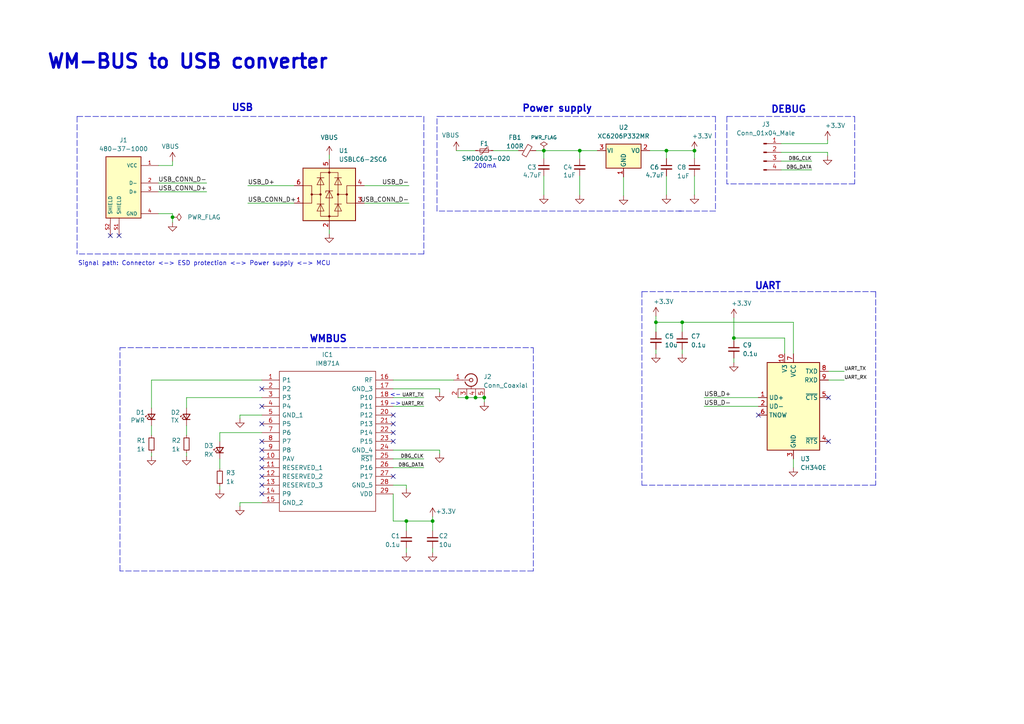
<source format=kicad_sch>
(kicad_sch (version 20211123) (generator eeschema)
  (paper "A4")
  (title_block (title "WM-BUS to USB converter") (date "2022-11-21") (rev "2.0") (company "Jan Gnip"))
  (lib_symbols
    (symbol "Connector:Conn_01x04_Male" (pin_names (offset 1.016) hide)
      (property "Reference" "J" (at 0 5.08 0))
      (property "Value" "Conn_01x04_Male" (at 0 -7.62 0))
      (symbol "Conn_01x04_Male_1_1"
        (polyline (pts (xy 1.27 -5.08) (xy 0.8636 -5.08)) (stroke (width 0.1524)))
        (polyline (pts (xy 1.27 -2.54) (xy 0.8636 -2.54)) (stroke (width 0.1524)))
        (polyline (pts (xy 1.27 0) (xy 0.8636 0)) (stroke (width 0.1524)))
        (polyline (pts (xy 1.27 2.54) (xy 0.8636 2.54)) (stroke (width 0.1524)))
        (rectangle (start 0.8636 -4.953) (end 0 -5.207) (stroke (width 0.1524)) (fill (type outline)))
        (rectangle (start 0.8636 -2.413) (end 0 -2.667) (stroke (width 0.1524)) (fill (type outline)))
        (rectangle (start 0.8636 0.127) (end 0 -0.127) (stroke (width 0.1524)) (fill (type outline)))
        (rectangle (start 0.8636 2.667) (end 0 2.413) (stroke (width 0.1524)) (fill (type outline)))
        (pin passive line (at 5.08 2.54 180) (length 3.81) (name "Pin_1") (number "1"))
        (pin passive line (at 5.08 0 180) (length 3.81) (name "Pin_2") (number "2"))
        (pin passive line (at 5.08 -2.54 180) (length 3.81) (name "Pin_3") (number "3"))
        (pin passive line (at 5.08 -5.08 180) (length 3.81) (name "Pin_4") (number "4"))
      )
    )
    (symbol "Connector:Conn_Coaxial" (pin_names (offset 1.016) hide)
      (property "Reference" "J2" (at 3.556 0.9769 0))
      (property "Value" "Conn_Coaxial" (at 3.556 -1.5631 0))
      (symbol "Conn_Coaxial_0_1"
        (arc (start -1.778 -0.508) (mid 0.2311 -1.8066) (end 1.778 0) (stroke (width 0.254)))
        (polyline (pts (xy -3.81 -2.54) (xy 3.81 -2.54)))
        (polyline (pts (xy -2.54 0) (xy -0.508 0)))
        (polyline (pts (xy 0 -2.54) (xy 0 -1.778)))
        (circle (center 0 0) (radius 0.508) (stroke (width 0.2032)))
        (arc (start 1.778 0) (mid 0.2099 1.8101) (end -1.778 0.508) (stroke (width 0.254)))
      )
      (symbol "Conn_Coaxial_1_1"
        (pin passive line (at -5.08 0 0) (length 2.54) (name "In") (number "1"))
        (pin passive line (at -3.81 -5.08 90) (length 2.54) (name "Ext") (number "2"))
        (pin passive line (at -1.27 -5.08 90) (length 2.54) (name "Ext") (number "3"))
        (pin passive line (at 1.27 -5.08 90) (length 2.54) (name "Ext") (number "4"))
        (pin passive line (at 3.81 -5.08 90) (length 2.54) (name "Ext") (number "5"))
      )
    )
    (symbol "Device:C_Small" (pin_numbers hide) (pin_names (offset 0.254) hide)
      (property "Reference" "C" (at 0.254 1.778 0))
      (property "Value" "C_Small" (at 0.254 -2.032 0))
      (symbol "C_Small_0_1"
        (polyline (pts (xy -1.524 -0.508) (xy 1.524 -0.508)) (stroke (width 0.3302)))
        (polyline (pts (xy -1.524 0.508) (xy 1.524 0.508)) (stroke (width 0.3048)))
      )
      (symbol "C_Small_1_1"
        (pin passive line (at 0 2.54 270) (length 2.032) (name "~") (number "1"))
        (pin passive line (at 0 -2.54 90) (length 2.032) (name "~") (number "2"))
      )
    )
    (symbol "Device:FerriteBead_Small" (pin_numbers hide) (pin_names (offset 0))
      (property "Reference" "FB" (at 1.905 1.27 0))
      (property "Value" "FerriteBead_Small" (at 1.905 -1.27 0))
      (symbol "FerriteBead_Small_0_1"
        (polyline (pts (xy 0 -1.27) (xy 0 -0.7874)))
        (polyline (pts (xy 0 0.889) (xy 0 1.2954)))
        (polyline (pts (xy -1.8288 0.2794) (xy -1.1176 1.4986) (xy 1.8288 -0.2032) (xy 1.1176 -1.4224) (xy -1.8288 0.2794)))
      )
      (symbol "FerriteBead_Small_1_1"
        (pin passive line (at 0 2.54 270) (length 1.27) (name "~") (number "1"))
        (pin passive line (at 0 -2.54 90) (length 1.27) (name "~") (number "2"))
      )
    )
    (symbol "Device:LED_Small" (pin_numbers hide) (pin_names (offset 0.254) hide)
      (property "Reference" "D" (at -1.27 3.175 0))
      (property "Value" "LED_Small" (at -4.445 -2.54 0))
      (symbol "LED_Small_0_1"
        (polyline (pts (xy -0.762 -1.016) (xy -0.762 1.016)) (stroke (width 0.254)))
        (polyline (pts (xy 1.016 0) (xy -0.762 0)))
        (polyline (pts (xy 0.762 -1.016) (xy -0.762 0) (xy 0.762 1.016) (xy 0.762 -1.016)) (stroke (width 0.254)))
        (polyline (pts (xy 0 0.762) (xy -0.508 1.27) (xy -0.254 1.27) (xy -0.508 1.27) (xy -0.508 1.016)))
        (polyline (pts (xy 0.508 1.27) (xy 0 1.778) (xy 0.254 1.778) (xy 0 1.778) (xy 0 1.524)))
      )
      (symbol "LED_Small_1_1"
        (pin passive line (at -2.54 0 0) (length 1.778) (name "K") (number "1"))
        (pin passive line (at 2.54 0 180) (length 1.778) (name "A") (number "2"))
      )
    )
    (symbol "Device:Polyfuse_Small" (pin_numbers hide) (pin_names (offset 0))
      (property "Reference" "F" (at -1.905 0 90))
      (property "Value" "Polyfuse_Small" (at 1.905 0 90))
      (symbol "Polyfuse_Small_0_1"
        (rectangle (start -0.508 1.27) (end 0.508 -1.27))
        (polyline (pts (xy 0 2.54) (xy 0 -2.54)))
        (polyline (pts (xy -1.016 1.27) (xy -1.016 0.762) (xy 1.016 -0.762) (xy 1.016 -1.27)))
      )
      (symbol "Polyfuse_Small_1_1"
        (pin passive line (at 0 2.54 270) (length 0.635) (name "~") (number "1"))
        (pin passive line (at 0 -2.54 90) (length 0.635) (name "~") (number "2"))
      )
    )
    (symbol "Device:R_Small" (pin_numbers hide) (pin_names (offset 0.254) hide)
      (property "Reference" "R" (at 0.762 0.508 0))
      (property "Value" "R_Small" (at 0.762 -1.016 0))
      (symbol "R_Small_0_1"
        (rectangle (start -0.762 1.778) (end 0.762 -1.778) (stroke (width 0.2032)))
      )
      (symbol "R_Small_1_1"
        (pin passive line (at 0 2.54 270) (length 0.762) (name "~") (number "1"))
        (pin passive line (at 0 -2.54 90) (length 0.762) (name "~") (number "2"))
      )
    )
    (symbol "Interface_USB:CH340E"
      (property "Reference" "U" (at -5.08 13.97 0))
      (property "Value" "CH340E" (at 1.27 13.97 0))
      (symbol "CH340E_0_1"
        (rectangle (start -7.62 12.7) (end 7.62 -12.7) (stroke (width 0.254)) (fill (type background)))
      )
      (symbol "CH340E_1_1"
        (pin bidirectional line (at -10.16 2.54 0) (length 2.54) (name "UD+") (number "1"))
        (pin passive line (at -2.54 15.24 270) (length 2.54) (name "V3") (number "10"))
        (pin bidirectional line (at -10.16 0 0) (length 2.54) (name "UD-") (number "2"))
        (pin power_in line (at 0 -15.24 90) (length 2.54) (name "GND") (number "3"))
        (pin output line (at 10.16 -10.16 180) (length 2.54) (name "~{RTS}") (number "4"))
        (pin input line (at 10.16 2.54 180) (length 2.54) (name "~{CTS}") (number "5"))
        (pin output line (at -10.16 -2.54 0) (length 2.54) (name "TNOW") (number "6"))
        (pin power_in line (at 0 15.24 270) (length 2.54) (name "VCC") (number "7"))
        (pin output line (at 10.16 10.16 180) (length 2.54) (name "TXD") (number "8"))
        (pin input line (at 10.16 7.62 180) (length 2.54) (name "RXD") (number "9"))
      )
    )
    (symbol "Power_Protection:USBLC6-2SC6" (pin_names hide)
      (property "Reference" "U" (at 2.54 8.89 0))
      (property "Value" "USBLC6-2SC6" (at 2.54 -8.89 0))
      (symbol "USBLC6-2SC6_0_1"
        (rectangle (start -7.62 -7.62) (end 7.62 7.62) (stroke (width 0.254)) (fill (type background)))
        (circle (center -5.08 0) (radius 0.254) (fill (type outline)))
        (circle (center -2.54 0) (radius 0.254) (fill (type outline)))
        (rectangle (start -2.54 6.35) (end 2.54 -6.35))
        (circle (center 0 -6.35) (radius 0.254) (fill (type outline)))
        (polyline (pts (xy -5.08 -2.54) (xy -7.62 -2.54)))
        (polyline (pts (xy -5.08 0) (xy -5.08 -2.54)))
        (polyline (pts (xy -5.08 2.54) (xy -7.62 2.54)))
        (polyline (pts (xy -1.524 -2.794) (xy -3.556 -2.794)))
        (polyline (pts (xy -1.524 4.826) (xy -3.556 4.826)))
        (polyline (pts (xy 0 -7.62) (xy 0 -6.35)))
        (polyline (pts (xy 0 -6.35) (xy 0 1.27)))
        (polyline (pts (xy 0 1.27) (xy 0 6.35)))
        (polyline (pts (xy 0 6.35) (xy 0 7.62)))
        (polyline (pts (xy 1.524 -2.794) (xy 3.556 -2.794)))
        (polyline (pts (xy 1.524 4.826) (xy 3.556 4.826)))
        (polyline (pts (xy 5.08 -2.54) (xy 7.62 -2.54)))
        (polyline (pts (xy 5.08 0) (xy 5.08 -2.54)))
        (polyline (pts (xy 5.08 2.54) (xy 7.62 2.54)))
        (polyline (pts (xy -2.54 0) (xy -5.08 0) (xy -5.08 2.54)))
        (polyline (pts (xy 2.54 0) (xy 5.08 0) (xy 5.08 2.54)))
        (polyline (pts (xy -3.556 -4.826) (xy -1.524 -4.826) (xy -2.54 -2.794) (xy -3.556 -4.826)))
        (polyline (pts (xy -3.556 2.794) (xy -1.524 2.794) (xy -2.54 4.826) (xy -3.556 2.794)))
        (polyline (pts (xy -1.016 -1.016) (xy 1.016 -1.016) (xy 0 1.016) (xy -1.016 -1.016)))
        (polyline (pts (xy 1.016 1.016) (xy 0.762 1.016) (xy -1.016 1.016) (xy -1.016 0.508)))
        (polyline (pts (xy 3.556 -4.826) (xy 1.524 -4.826) (xy 2.54 -2.794) (xy 3.556 -4.826)))
        (polyline (pts (xy 3.556 2.794) (xy 1.524 2.794) (xy 2.54 4.826) (xy 3.556 2.794)))
        (circle (center 0 6.35) (radius 0.254) (fill (type outline)))
        (circle (center 2.54 0) (radius 0.254) (fill (type outline)))
        (circle (center 5.08 0) (radius 0.254) (fill (type outline)))
      )
      (symbol "USBLC6-2SC6_1_1"
        (pin passive line (at -10.16 -2.54 0) (length 2.54) (name "I/O1") (number "1"))
        (pin passive line (at 0 -10.16 90) (length 2.54) (name "GND") (number "2"))
        (pin passive line (at 10.16 -2.54 180) (length 2.54) (name "I/O2") (number "3"))
        (pin passive line (at 10.16 2.54 180) (length 2.54) (name "I/O2") (number "4"))
        (pin passive line (at 0 10.16 270) (length 2.54) (name "VBUS") (number "5"))
        (pin passive line (at -10.16 2.54 0) (length 2.54) (name "I/O1") (number "6"))
      )
    )
    (symbol "Regulator_Linear:XC6206PxxxMR" (pin_names (offset 0.254))
      (property "Reference" "U" (at -3.81 3.175 0))
      (property "Value" "XC6206PxxxMR" (at 0 3.175 0))
      (symbol "XC6206PxxxMR_0_1"
        (rectangle (start -5.08 1.905) (end 5.08 -5.08) (stroke (width 0.254)) (fill (type background)))
      )
      (symbol "XC6206PxxxMR_1_1"
        (pin power_in line (at 0 -7.62 90) (length 2.54) (name "GND") (number "1"))
        (pin power_out line (at 7.62 0 180) (length 2.54) (name "VO") (number "2"))
        (pin power_in line (at -7.62 0 0) (length 2.54) (name "VI") (number "3"))
      )
    )
    (symbol "power:+3.3V" (power) (pin_names (offset 0))
      (property "Value" "+3.3V" (at 0 3.556 0))
      (symbol "+3.3V_0_1"
        (polyline (pts (xy -0.762 1.27) (xy 0 2.54)))
        (polyline (pts (xy 0 0) (xy 0 2.54)))
        (polyline (pts (xy 0 2.54) (xy 0.762 1.27)))
      )
      (symbol "+3.3V_1_1"
        (pin power_in line (at 0 0 90) (length 0) hide (name "+3.3V") (number "1"))
      )
    )
    (symbol "power:GND" (power) (pin_names (offset 0))
      (property "Value" "GND" (at 0 -3.81 0))
      (symbol "GND_0_1"
        (polyline (pts (xy 0 0) (xy 0 -1.27) (xy 1.27 -1.27) (xy 0 -2.54) (xy -1.27 -1.27) (xy 0 -1.27)))
      )
      (symbol "GND_1_1"
        (pin power_in line (at 0 0 270) (length 0) hide (name "GND") (number "1"))
      )
    )
    (symbol "power:PWR_FLAG" (power) (pin_numbers hide) (pin_names (offset 0) hide)
      (property "Value" "PWR_FLAG" (at 0 3.81 0))
      (symbol "PWR_FLAG_0_0"
        (pin power_out line (at 0 0 90) (length 0) (name "pwr") (number "1"))
      )
      (symbol "PWR_FLAG_0_1"
        (polyline (pts (xy 0 0) (xy 0 1.27) (xy -1.016 1.905) (xy 0 2.54) (xy 1.016 1.905) (xy 0 1.27)))
      )
    )
    (symbol "power:VBUS" (power) (pin_names (offset 0))
      (property "Value" "VBUS" (at 0 3.81 0))
      (symbol "VBUS_0_1"
        (polyline (pts (xy -0.762 1.27) (xy 0 2.54)))
        (polyline (pts (xy 0 0) (xy 0 2.54)))
        (polyline (pts (xy 0 2.54) (xy 0.762 1.27)))
      )
      (symbol "VBUS_1_1"
        (pin power_in line (at 0 0 90) (length 0) hide (name "VBUS") (number "1"))
      )
    )
    (symbol "wmbus:480-37-1000" (pin_names (offset 1.016))
      (property "Reference" "J1" (at 0 12.446 0))
      (property "Value" "480-37-1000" (at 0 9.906 0))
      (symbol "480-37-1000_0_0"
        (rectangle (start -5.08 -10.16) (end 5.08 7.62) (stroke (width 0.254)) (fill (type background)))
        (pin power_out line (at -10.16 5.08 0) (length 5.08) (name "VCC") (number "1"))
        (pin bidirectional line (at -10.16 0 0) (length 5.08) (name "D-") (number "2"))
        (pin bidirectional line (at -10.16 -2.54 0) (length 5.08) (name "D+") (number "3"))
        (pin power_in line (at -10.16 -8.89 0) (length 5.08) (name "GND") (number "4"))
        (pin passive line (at 1.27 -15.24 90) (length 5.08) (name "SHIELD") (number "S1"))
        (pin passive line (at 3.81 -15.24 90) (length 5.08) (name "SHIELD") (number "S2"))
      )
    )
    (symbol "wmbus:IM871A" (pin_names (offset 0.762))
      (property "Reference" "IC" (at 34.29 7.62 0))
      (property "Value" "IM871A" (at 34.29 5.08 0))
      (symbol "IM871A_0_0"
        (pin passive line (at 0 0 0) (length 5.08) (name "P1") (number "1"))
        (pin passive line (at 0 -22.86 0) (length 5.08) (name "PAV") (number "10"))
        (pin passive line (at 0 -25.4 0) (length 5.08) (name "RESERVED_1") (number "11"))
        (pin passive line (at 0 -27.94 0) (length 5.08) (name "RESERVED_2") (number "12"))
        (pin passive line (at 0 -30.48 0) (length 5.08) (name "RESERVED_3") (number "13"))
        (pin passive line (at 0 -33.02 0) (length 5.08) (name "P9") (number "14"))
        (pin passive line (at 0 -35.56 0) (length 5.08) (name "GND_2") (number "15"))
        (pin passive line (at 38.1 0 180) (length 5.08) (name "RF") (number "16"))
        (pin passive line (at 38.1 -2.54 180) (length 5.08) (name "GND_3") (number "17"))
        (pin passive line (at 38.1 -5.08 180) (length 5.08) (name "P10") (number "18"))
        (pin passive line (at 38.1 -7.62 180) (length 5.08) (name "P11") (number "19"))
        (pin passive line (at 0 -2.54 0) (length 5.08) (name "P2") (number "2"))
        (pin passive line (at 38.1 -10.16 180) (length 5.08) (name "P12") (number "20"))
        (pin passive line (at 38.1 -12.7 180) (length 5.08) (name "P13") (number "21"))
        (pin passive line (at 38.1 -15.24 180) (length 5.08) (name "P14") (number "22"))
        (pin passive line (at 38.1 -17.78 180) (length 5.08) (name "P15") (number "23"))
        (pin passive line (at 38.1 -20.32 180) (length 5.08) (name "GND_4") (number "24"))
        (pin passive line (at 38.1 -22.86 180) (length 5.08) (name "~{RST}") (number "25"))
        (pin passive line (at 38.1 -25.4 180) (length 5.08) (name "P16") (number "26"))
        (pin passive line (at 38.1 -27.94 180) (length 5.08) (name "P17") (number "27"))
        (pin passive line (at 38.1 -30.48 180) (length 5.08) (name "GND_5") (number "28"))
        (pin passive line (at 38.1 -33.02 180) (length 5.08) (name "VDD") (number "29"))
        (pin passive line (at 0 -5.08 0) (length 5.08) (name "P3") (number "3"))
        (pin passive line (at 0 -7.62 0) (length 5.08) (name "P4") (number "4"))
        (pin passive line (at 0 -10.16 0) (length 5.08) (name "GND_1") (number "5"))
        (pin passive line (at 0 -12.7 0) (length 5.08) (name "P5") (number "6"))
        (pin passive line (at 0 -15.24 0) (length 5.08) (name "P6") (number "7"))
        (pin passive line (at 0 -17.78 0) (length 5.08) (name "P7") (number "8"))
        (pin passive line (at 0 -20.32 0) (length 5.08) (name "P8") (number "9"))
      )
      (symbol "IM871A_0_1"
        (polyline (pts (xy 5.08 2.54) (xy 33.02 2.54) (xy 33.02 -38.1) (xy 5.08 -38.1) (xy 5.08 2.54)) (stroke (width 0.1524)))
      )
    )
  )
  (junction (at 190.246 93.472))
  (junction (at 135.382 115.316))
  (junction (at 117.856 151.13))
  (junction (at 125.476 151.13))
  (junction (at 168.148 43.688))
  (junction (at 137.922 115.316))
  (junction (at 50.038 62.992))
  (junction (at 201.422 43.688))
  (junction (at 193.294 43.688))
  (junction (at 140.462 115.316))
  (junction (at 157.734 43.688))
  (junction (at 197.866 93.472))
  (junction (at 212.852 98.044))
  (no_connect (at 75.946 112.776))
  (no_connect (at 75.946 117.856))
  (no_connect (at 114.046 128.016))
  (no_connect (at 114.046 125.476))
  (no_connect (at 75.946 143.256))
  (no_connect (at 75.946 140.716))
  (no_connect (at 75.946 138.176))
  (no_connect (at 75.946 135.636))
  (no_connect (at 75.946 133.096))
  (no_connect (at 75.946 122.936))
  (no_connect (at 75.946 130.556))
  (no_connect (at 75.946 128.016))
  (no_connect (at 114.046 122.936))
  (no_connect (at 114.046 120.396))
  (no_connect (at 114.046 138.176))
  (no_connect (at 34.544 68.326))
  (no_connect (at 32.004 68.326))
  (no_connect (at 240.284 128.016))
  (no_connect (at 240.284 115.316))
  (no_connect (at 219.964 120.396))
  (polyline (pts (xy 126.746 61.214) (xy 126.746 33.782)))
  (wire (pts (xy 157.734 43.688) (xy 168.148 43.688)))
  (wire (pts (xy 230.124 133.096) (xy 230.124 135.636)))
  (polyline (pts (xy 126.746 33.782) (xy 127.254 33.782)))
  (wire (pts (xy 117.856 159.004) (xy 117.856 160.274)))
  (wire (pts (xy 114.046 140.716) (xy 117.856 140.716)))
  (wire (pts (xy 155.448 43.688) (xy 157.734 43.688)))
  (wire (pts (xy 190.246 91.694) (xy 190.246 93.472)))
  (wire (pts (xy 54.102 131.318) (xy 54.102 132.334)))
  (wire (pts (xy 127.508 112.776) (xy 127.508 113.792)))
  (wire (pts (xy 114.046 110.236) (xy 131.572 110.236)))
  (polyline (pts (xy 34.798 165.608) (xy 34.798 100.838)))
  (wire (pts (xy 54.102 115.316) (xy 54.102 118.364)))
  (wire (pts (xy 201.422 51.054) (xy 201.422 56.5404)))
  (wire (pts (xy 114.046 135.636) (xy 122.936 135.636)))
  (wire (pts (xy 227.584 98.044) (xy 212.852 98.044)))
  (wire (pts (xy 230.124 102.616) (xy 230.124 93.472)))
  (wire (pts (xy 50.038 46.736) (xy 50.038 48.006)))
  (wire (pts (xy 143.002 43.688) (xy 150.368 43.688)))
  (wire (pts (xy 226.568 41.656) (xy 240.03 41.656)))
  (polyline (pts (xy 254 84.582) (xy 254 140.716)))
  (wire (pts (xy 212.852 92.202) (xy 212.852 98.044)))
  (wire (pts (xy 45.974 55.626) (xy 59.944 55.626)))
  (wire (pts (xy 117.856 151.13) (xy 117.856 153.924)))
  (wire (pts (xy 230.124 93.472) (xy 197.866 93.472)))
  (wire (pts (xy 45.974 53.086) (xy 59.944 53.086)))
  (polyline (pts (xy 197.612 61.214) (xy 126.746 61.214)))
  (wire (pts (xy 114.046 133.096) (xy 122.936 133.096)))
  (wire (pts (xy 240.03 40.64) (xy 240.03 41.656)))
  (wire (pts (xy 45.974 61.976) (xy 50.038 61.976)))
  (wire (pts (xy 43.942 131.318) (xy 43.942 132.334)))
  (wire (pts (xy 114.046 143.256) (xy 114.046 151.13)))
  (polyline (pts (xy 154.686 100.838) (xy 154.686 165.608)))
  (wire (pts (xy 114.046 115.316) (xy 122.936 115.316)))
  (wire (pts (xy 197.866 93.472) (xy 197.866 96.266)))
  (wire (pts (xy 190.246 101.346) (xy 190.246 102.616)))
  (wire (pts (xy 132.842 115.316) (xy 135.382 115.316)))
  (wire (pts (xy 157.734 51.054) (xy 157.734 56.5404)))
  (wire (pts (xy 50.038 62.992) (xy 50.038 64.516)))
  (wire (pts (xy 63.754 125.476) (xy 75.946 125.476)))
  (polyline (pts (xy 22.352 33.782) (xy 122.936 33.782)))
  (wire (pts (xy 114.046 130.556) (xy 127.508 130.556)))
  (wire (pts (xy 201.422 43.688) (xy 201.422 45.974)))
  (wire (pts (xy 227.584 102.616) (xy 227.584 98.044)))
  (polyline (pts (xy 186.182 84.582) (xy 186.182 140.716)))
  (wire (pts (xy 226.568 44.196) (xy 240.03 44.196)))
  (wire (pts (xy 180.848 51.308) (xy 180.848 56.7944)))
  (polyline (pts (xy 122.936 73.66) (xy 22.352 73.66)))
  (wire (pts (xy 226.568 49.276) (xy 235.458 49.276)))
  (wire (pts (xy 63.754 133.096) (xy 63.754 135.89)))
  (wire (pts (xy 95.504 66.548) (xy 95.504 67.818)))
  (polyline (pts (xy 127.254 33.782) (xy 197.612 33.782)))
  (wire (pts (xy 240.284 107.696) (xy 244.856 107.696)))
  (wire (pts (xy 114.046 112.776) (xy 127.508 112.776)))
  (polyline (pts (xy 254 140.716) (xy 186.182 140.716)))
  (wire (pts (xy 193.294 43.688) (xy 193.294 45.974)))
  (polyline (pts (xy 34.798 100.838) (xy 39.624 100.838)))
  (wire (pts (xy 45.974 48.006) (xy 50.038 48.006)))
  (wire (pts (xy 75.946 115.316) (xy 54.102 115.316)))
  (wire (pts (xy 168.148 43.688) (xy 168.148 45.974)))
  (wire (pts (xy 137.922 115.316) (xy 140.462 115.316)))
  (wire (pts (xy 193.294 43.688) (xy 201.422 43.688)))
  (wire (pts (xy 54.102 123.444) (xy 54.102 126.238)))
  (wire (pts (xy 125.476 151.13) (xy 117.856 151.13)))
  (wire (pts (xy 114.046 117.856) (xy 122.936 117.856)))
  (wire (pts (xy 95.504 44.958) (xy 95.504 46.228)))
  (wire (pts (xy 125.476 159.004) (xy 125.476 160.274)))
  (polyline (pts (xy 247.904 33.782) (xy 247.904 53.34)))
  (wire (pts (xy 63.754 140.97) (xy 63.754 141.986)))
  (wire (pts (xy 43.942 110.236) (xy 43.942 118.364)))
  (wire (pts (xy 105.664 58.928) (xy 118.618 58.928)))
  (wire (pts (xy 197.866 93.472) (xy 190.246 93.472)))
  (wire (pts (xy 190.246 93.472) (xy 190.246 96.266)))
  (wire (pts (xy 69.596 120.396) (xy 69.596 121.412)))
  (wire (pts (xy 50.038 61.976) (xy 50.038 62.992)))
  (wire (pts (xy 168.148 51.054) (xy 168.148 56.5404)))
  (wire (pts (xy 125.476 149.86) (xy 125.476 151.13)))
  (wire (pts (xy 132.334 43.688) (xy 137.922 43.688)))
  (wire (pts (xy 193.294 51.054) (xy 193.294 56.5404)))
  (polyline (pts (xy 207.518 61.214) (xy 196.85 61.214)))
  (wire (pts (xy 197.866 101.346) (xy 197.866 102.616)))
  (wire (pts (xy 204.216 115.316) (xy 219.964 115.316)))
  (wire (pts (xy 140.462 115.316) (xy 140.462 116.586)))
  (polyline (pts (xy 39.624 100.838) (xy 154.686 100.838)))
  (wire (pts (xy 125.476 151.13) (xy 125.476 153.924)))
  (wire (pts (xy 226.568 46.736) (xy 235.458 46.736)))
  (polyline (pts (xy 247.904 53.34) (xy 210.82 53.34)))
  (wire (pts (xy 135.382 115.316) (xy 137.922 115.316)))
  (wire (pts (xy 43.942 123.444) (xy 43.942 126.238)))
  (wire (pts (xy 240.284 110.236) (xy 244.856 110.236)))
  (polyline (pts (xy 122.936 33.782) (xy 122.936 73.66)))
  (wire (pts (xy 114.046 151.13) (xy 117.856 151.13)))
  (wire (pts (xy 69.596 120.396) (xy 75.946 120.396)))
  (wire (pts (xy 127.508 130.556) (xy 127.508 131.572)))
  (polyline (pts (xy 197.358 33.782) (xy 207.518 33.782)))
  (polyline (pts (xy 154.686 165.608) (xy 34.798 165.608)))
  (wire (pts (xy 105.664 53.848) (xy 118.618 53.848)))
  (wire (pts (xy 157.734 43.688) (xy 157.734 45.974)))
  (wire (pts (xy 69.596 145.796) (xy 69.596 146.812)))
  (wire (pts (xy 43.942 110.236) (xy 75.946 110.236)))
  (polyline (pts (xy 210.82 33.782) (xy 210.82 53.34)))
  (wire (pts (xy 212.852 103.886) (xy 212.852 105.156)))
  (wire (pts (xy 71.882 53.848) (xy 85.344 53.848)))
  (wire (pts (xy 69.596 145.796) (xy 75.946 145.796)))
  (wire (pts (xy 117.856 140.716) (xy 117.856 141.732)))
  (polyline (pts (xy 207.518 33.782) (xy 207.518 61.214)))
  (wire (pts (xy 188.468 43.688) (xy 193.294 43.688)))
  (polyline (pts (xy 186.182 84.582) (xy 254 84.582)))
  (wire (pts (xy 204.216 117.856) (xy 219.964 117.856)))
  (wire (pts (xy 240.03 44.196) (xy 240.03 45.212)))
  (polyline (pts (xy 210.82 33.782) (xy 247.904 33.782)))
  (wire (pts (xy 63.754 125.476) (xy 63.754 128.016)))
  (polyline (pts (xy 22.352 33.782) (xy 22.352 73.66)))
  (wire (pts (xy 71.882 58.928) (xy 85.344 58.928)))
  (wire (pts (xy 168.148 43.688) (xy 173.228 43.688)))
  (wire (pts (xy 212.852 98.044) (xy 212.852 98.806)))
  (text "200mA" (at 137.414 49.022 0) (effects (font (size 1.27 1.27)) (justify left bottom)))
  (text "UART" (at 218.821 84.201 0) (effects (font (size 2 2) (thickness 0.4) bold) (justify left bottom)))
  (text "<-" (at 113.03 115.316 0) (effects (font (size 1.27 1.27)) (justify left bottom)))
  (text "->" (at 113.03 117.856 0) (effects (font (size 1.27 1.27)) (justify left bottom)))
  (text "WMBUS" (at 89.662 99.568 0) (effects (font (size 2 2) (thickness 0.4) bold) (justify left bottom)))
  (text "DEBUG" (at 223.52 33.02 0) (effects (font (size 2 2) (thickness 0.4) bold) (justify left bottom)))
  (text "Signal path: Connector <-> ESD protection <-> Power supply <-> MCU" (at 22.606 77.216 0) (effects (font (size 1.27 1.27)) (justify left bottom)))
  (text "USB" (at 67.056 32.512 0) (effects (font (size 2 2) (thickness 0.4) bold) (justify left bottom)))
  (text "Power supply" (at 151.3332 32.7406 0) (effects (font (size 2 2) (thickness 0.4) bold) (justify left bottom)))
  (text "WM-BUS to USB converter" (at 13.462 20.32 0) (effects (font (size 4 4) (thickness 0.8) bold) (justify left bottom)))
  (label "USB_CONN_D+" (at 71.882 58.928 0))
  (label "USB_D-" (at 118.618 53.848 180))
  (label "UART_RX" (at 122.936 117.856 180) (effects (font (size 1 1))))
  (label "DBG_CLK" (at 235.458 46.736 180) (effects (font (size 1 1))))
  (label "DBG_DATA" (at 122.936 135.636 180) (effects (font (size 1 1))))
  (label "UART_TX" (at 122.936 115.316 180) (effects (font (size 1 1))))
  (label "USB_CONN_D-" (at 59.944 53.086 180))
  (label "UART_TX" (at 244.856 107.696 0) (effects (font (size 1 1))))
  (label "USB_D+" (at 204.216 115.316 0))
  (label "UART_RX" (at 244.856 110.236 0) (effects (font (size 1 1))))
  (label "USB_CONN_D-" (at 118.618 58.928 180))
  (label "DBG_CLK" (at 122.936 133.096 180) (effects (font (size 1 1))))
  (label "USB_CONN_D+" (at 59.944 55.626 180))
  (label "USB_D-" (at 204.216 117.856 0))
  (label "USB_D+" (at 71.882 53.848 0))
  (label "DBG_DATA" (at 235.458 49.276 180) (effects (font (size 1 1))))
  (symbol (lib_id "wmbus:IM871A") (at 75.946 110.236 0) (unit 1)
    (property "Reference" "IC1" (at 94.996 102.87 0))
    (property "Value" "IM871A" (at 94.996 105.41 0))
    (property "Footprint" "wmbus:IM871A" (effects hide))
    (property "Datasheet" "https://shop.imst.de/media/pdf/c6/30/74/iM871A_Datasheet_V1_5.pdf" (effects hide))
    (property "Description" "Wireless M-Bus module" (effects hide))
    (property "Height" "1.8" (effects hide))
    (property "Manufacturer_Name" "IMST" (effects hide))
    (property "Manufacturer_Part_Number" "IM871A" (effects hide))
  )
  (symbol (lib_id "Device:C_Small") (at 197.866 98.806 0) (unit 1)
    (property "Reference" "C7" (at 200.406 97.536 0) (effects (justify left)))
    (property "Value" "0.1u" (at 200.406 100.076 0) (effects (justify left)))
    (property "Footprint" "Capacitor_SMD:C_0603_1608Metric" (effects hide))
    (property "LCSC Part" "C14663" (effects hide))
  )
  (symbol (lib_id "power:PWR_FLAG") (at 50.038 62.992 270) (unit 1)
    (property "Reference" "#FLG01" (effects hide))
    (property "Value" "PWR_FLAG" (at 54.356 62.9919 90) (effects (justify left)))
  )
  (symbol (lib_id "power:GND") (at 197.866 102.616 0) (unit 1)
    (property "Reference" "#PWR024" (effects hide))
    (property "Value" "GND" (effects hide))
  )
  (symbol (lib_id "Device:R_Small") (at 54.102 128.778 0) (unit 1)
    (property "Reference" "R2" (at 49.784 127.762 0) (effects (justify left)))
    (property "Value" "1k" (at 49.784 130.302 0) (effects (justify left)))
    (property "Footprint" "Resistor_SMD:R_0603_1608Metric" (effects hide))
    (property "LCSC Part" "C22548" (effects hide))
  )
  (symbol (lib_id "Connector:Conn_01x04_Male") (at 221.488 44.196 0) (unit 1)
    (property "Reference" "J3" (at 222.123 36.068 0))
    (property "Value" "Conn_01x04_Male" (at 222.123 38.608 0))
    (property "Footprint" "Connector_PinHeader_2.54mm:PinHeader_1x04_P2.54mm_Vertical" (effects hide))
  )
  (symbol (lib_id "power:GND") (at 240.03 45.212 0) (unit 1)
    (property "Reference" "#PWR031" (effects hide))
    (property "Value" "GND" (effects hide))
  )
  (symbol (lib_id "Device:Polyfuse_Small") (at 140.462 43.688 90) (unit 1)
    (property "Reference" "F1" (at 140.462 41.656 90))
    (property "Value" "SMD0603-020" (at 140.97 45.974 90))
    (property "Footprint" "Fuse:Fuse_0603_1608Metric" (effects hide))
    (property "LCSC Part" "C2760255" (effects hide))
  )
  (symbol (lib_id "power:GND") (at 193.294 56.5404 0) (unit 1)
    (property "Reference" "#PWR023" (effects hide))
    (property "Value" "GND" (effects hide))
  )
  (symbol (lib_id "power:GND") (at 43.942 132.334 0) (unit 1)
    (property "Reference" "#PWR01" (effects hide))
    (property "Value" "GND" (effects hide))
  )
  (symbol (lib_id "Device:LED_Small") (at 63.754 130.556 90) (unit 1)
    (property "Reference" "D3" (at 59.182 129.286 90) (effects (justify right)))
    (property "Value" "RX" (at 59.182 131.826 90) (effects (justify right)))
    (property "Footprint" "Diode_SMD:D_0603_1608Metric" (effects hide))
    (property "LCSC Part" "C72043" (effects hide))
  )
  (symbol (lib_id "power:GND") (at 54.102 132.334 0) (unit 1)
    (property "Reference" "#PWR04" (effects hide))
    (property "Value" "GND" (effects hide))
  )
  (symbol (lib_id "power:+3.3V") (at 212.852 92.202 0) (unit 1)
    (property "Reference" "#PWR027" (effects hide))
    (property "Value" "+3.3V" (at 215.0618 87.9856 0))
  )
  (symbol (lib_id "Device:C_Small") (at 190.246 98.806 0) (unit 1)
    (property "Reference" "C5" (at 192.786 97.536 0) (effects (justify left)))
    (property "Value" "10u" (at 192.786 100.076 0) (effects (justify left)))
    (property "Footprint" "Capacitor_SMD:C_0603_1608Metric" (effects hide))
    (property "LCSC Part" "C109455" (effects hide))
  )
  (symbol (lib_id "wmbus:480-37-1000") (at 35.814 53.086 0) (mirror y) (unit 1)
    (property "Reference" "J1" (at 35.814 40.64 0))
    (property "Value" "480-37-1000" (at 35.814 43.18 0))
    (property "Footprint" "wmbus:MOLEX_480-37-1000" (effects hide))
    (property "STANDARD" "Manufacturer Recommendations" (effects hide))
    (property "PARTREV" "D" (effects hide))
    (property "MANUFACTURER" "Molex" (effects hide))
    (property "MAXIMUM_PACKAGE_HEIGHT" "4.6 mm" (effects hide))
  )
  (symbol (lib_id "power:GND") (at 230.124 135.636 0) (unit 1)
    (property "Reference" "#PWR029" (effects hide))
    (property "Value" "GND" (effects hide))
  )
  (symbol (lib_id "Device:C_Small") (at 168.148 48.514 0) (unit 1)
    (property "Reference" "C4" (at 163.322 48.514 0) (effects (justify left)))
    (property "Value" "1uF" (at 163.322 50.8 0) (effects (justify left)))
    (property "Footprint" "Capacitor_SMD:C_0603_1608Metric" (effects hide))
    (property "LCSC Part" "C1592" (effects hide))
  )
  (symbol (lib_id "Device:C_Small") (at 193.294 48.514 0) (unit 1)
    (property "Reference" "C6" (at 188.468 48.514 0) (effects (justify left)))
    (property "Value" "4.7uF" (at 187.198 50.8 0) (effects (justify left)))
    (property "Footprint" "Capacitor_SMD:C_0603_1608Metric" (effects hide))
    (property "LCSC Part" "C1592" (effects hide))
  )
  (symbol (lib_id "power:GND") (at 190.246 102.616 0) (unit 1)
    (property "Reference" "#PWR022" (effects hide))
    (property "Value" "GND" (effects hide))
  )
  (symbol (lib_id "power:GND") (at 69.596 121.412 0) (unit 1)
    (property "Reference" "#PWR06" (effects hide))
    (property "Value" "GND" (effects hide))
  )
  (symbol (lib_id "power:GND") (at 95.504 67.818 0) (unit 1)
    (property "Reference" "#PWR09" (effects hide))
    (property "Value" "GND" (effects hide))
  )
  (symbol (lib_id "power:GND") (at 50.038 64.516 0) (unit 1)
    (property "Reference" "#PWR03" (effects hide))
    (property "Value" "GND" (effects hide))
  )
  (symbol (lib_id "power:GND") (at 168.148 56.5404 0) (unit 1)
    (property "Reference" "#PWR019" (effects hide))
    (property "Value" "GND" (effects hide))
  )
  (symbol (lib_id "Device:C_Small") (at 117.856 156.464 0) (unit 1)
    (property "Reference" "C1" (at 116.078 155.448 0) (effects (justify right)))
    (property "Value" "0.1u" (at 116.078 157.988 0) (effects (justify right)))
    (property "Footprint" "Capacitor_SMD:C_0603_1608Metric" (effects hide))
    (property "LCSC Part" "C14663" (effects hide))
  )
  (symbol (lib_id "power:PWR_FLAG") (at 157.734 43.688 0) (unit 1)
    (property "Reference" "#FLG02" (effects hide))
    (property "Value" "PWR_FLAG" (at 157.734 39.878 0) (effects (font (size 1 1))))
  )
  (symbol (lib_id "power:GND") (at 63.754 141.986 0) (unit 1)
    (property "Reference" "#PWR05" (effects hide))
    (property "Value" "GND" (effects hide))
  )
  (symbol (lib_id "Device:C_Small") (at 201.422 48.514 0) (unit 1)
    (property "Reference" "C8" (at 196.342 48.514 0) (effects (justify left)))
    (property "Value" "1uF" (at 196.342 51.054 0) (effects (justify left)))
    (property "Footprint" "Capacitor_SMD:C_0603_1608Metric" (effects hide))
    (property "LCSC Part" "C1592" (effects hide))
  )
  (symbol (lib_id "power:GND") (at 212.852 105.156 0) (unit 1)
    (property "Reference" "#PWR028" (effects hide))
    (property "Value" "GND" (effects hide))
  )
  (symbol (lib_id "power:VBUS") (at 50.038 46.736 0) (unit 1)
    (property "Reference" "#PWR02" (effects hide))
    (property "Value" "VBUS" (at 49.403 42.4688 0))
  )
  (symbol (lib_id "power:+3.3V") (at 190.246 91.694 0) (unit 1)
    (property "Reference" "#PWR021" (effects hide))
    (property "Value" "+3.3V" (at 192.4558 87.4776 0))
  )
  (symbol (lib_id "Device:R_Small") (at 63.754 138.43 0) (unit 1)
    (property "Reference" "R3" (at 65.532 137.16 0) (effects (justify left)))
    (property "Value" "1k" (at 65.532 139.7 0) (effects (justify left)))
    (property "Footprint" "Resistor_SMD:R_0603_1608Metric" (effects hide))
    (property "LCSC Part" "C22548" (effects hide))
  )
  (symbol (lib_id "Device:C_Small") (at 212.852 101.346 0) (unit 1)
    (property "Reference" "C9" (at 215.392 100.0822 0) (effects (justify left)))
    (property "Value" "0.1u" (at 215.392 102.6222 0) (effects (justify left)))
    (property "Footprint" "Capacitor_SMD:C_0603_1608Metric" (effects hide))
    (property "LCSC Part" "C14663" (effects hide))
  )
  (symbol (lib_id "Device:C_Small") (at 157.734 48.514 0) (unit 1)
    (property "Reference" "C3" (at 152.908 48.514 0) (effects (justify left)))
    (property "Value" "4.7uF" (at 151.638 50.8 0) (effects (justify left)))
    (property "Footprint" "Capacitor_SMD:C_0603_1608Metric" (effects hide))
    (property "LCSC Part" "C1592" (effects hide))
  )
  (symbol (lib_id "power:GND") (at 201.422 56.5404 0) (unit 1)
    (property "Reference" "#PWR026" (effects hide))
    (property "Value" "GND" (effects hide))
  )
  (symbol (lib_id "power:+3.3V") (at 125.476 149.86 0) (unit 1)
    (property "Reference" "#PWR012" (effects hide))
    (property "Value" "+3.3V" (at 129.286 148.336 0))
  )
  (symbol (lib_id "power:GND") (at 69.596 146.812 0) (unit 1)
    (property "Reference" "#PWR07" (effects hide))
    (property "Value" "GND" (effects hide))
  )
  (symbol (lib_id "Power_Protection:USBLC6-2SC6") (at 95.504 56.388 0) (unit 1)
    (property "Reference" "U1" (at 98.2727 43.688 0) (effects (justify left)))
    (property "Value" "USBLC6-2SC6" (at 98.2727 46.228 0) (effects (justify left)))
    (property "Footprint" "Package_TO_SOT_SMD:SOT-23-6" (effects hide))
    (property "Datasheet" "https://www.st.com/resource/en/datasheet/usblc6-2.pdf" (effects hide))
    (property "LCSC Part" "C2827654" (effects hide))
  )
  (symbol (lib_id "power:+3.3V") (at 240.03 40.64 0) (unit 1)
    (property "Reference" "#PWR030" (effects hide))
    (property "Value" "+3.3V" (at 242.2398 36.4236 0))
  )
  (symbol (lib_id "power:VBUS") (at 95.504 44.958 0) (unit 1)
    (property "Reference" "#PWR08" (effects hide))
    (property "Value" "VBUS" (at 95.504 39.878 0))
  )
  (symbol (lib_id "power:+3.3V") (at 201.422 43.688 0) (unit 1)
    (property "Reference" "#PWR025" (effects hide))
    (property "Value" "+3.3V" (at 203.6318 39.4716 0))
  )
  (symbol (lib_id "power:GND") (at 127.508 113.792 0) (unit 1)
    (property "Reference" "#PWR014" (effects hide))
    (property "Value" "GND" (effects hide))
  )
  (symbol (lib_id "Device:FerriteBead_Small") (at 152.908 43.688 90) (unit 1)
    (property "Reference" "FB1" (at 149.352 39.878 90))
    (property "Value" "100R" (at 149.352 42.418 90))
    (property "Footprint" "Inductor_SMD:L_0603_1608Metric" (effects hide))
    (property "LCSC Part" "C74325" (effects hide))
  )
  (symbol (lib_id "power:GND") (at 127.508 131.572 0) (unit 1)
    (property "Reference" "#PWR015" (effects hide))
    (property "Value" "GND" (effects hide))
  )
  (symbol (lib_id "power:GND") (at 157.734 56.5404 0) (unit 1)
    (property "Reference" "#PWR018" (effects hide))
    (property "Value" "GND" (effects hide))
  )
  (symbol (lib_id "power:GND") (at 117.856 141.732 0) (unit 1)
    (property "Reference" "#PWR010" (effects hide))
    (property "Value" "GND" (effects hide))
  )
  (symbol (lib_id "power:VBUS") (at 132.334 43.688 0) (unit 1)
    (property "Reference" "#PWR016" (effects hide))
    (property "Value" "VBUS" (at 130.683 39.2176 0))
  )
  (symbol (lib_id "power:GND") (at 180.848 56.7944 0) (unit 1)
    (property "Reference" "#PWR020" (effects hide))
    (property "Value" "GND" (effects hide))
  )
  (symbol (lib_id "Device:LED_Small") (at 54.102 120.904 90) (unit 1)
    (property "Reference" "D2" (at 49.53 119.634 90) (effects (justify right)))
    (property "Value" "TX" (at 49.53 121.92 90) (effects (justify right)))
    (property "Footprint" "Diode_SMD:D_0603_1608Metric" (effects hide))
    (property "LCSC Part" "C72043" (effects hide))
  )
  (symbol (lib_id "Connector:Conn_Coaxial") (at 136.652 110.236 0) (unit 1)
    (property "Reference" "J2" (at 140.208 109.2591 0) (effects (justify left)))
    (property "Value" "Conn_Coaxial" (at 140.208 111.7991 0) (effects (justify left)))
    (property "Footprint" "wmbus:SMA-SMD_BWSMA-KE-P001" (effects hide))
    (property "Datasheet" " ~" (effects hide))
  )
  (symbol (lib_id "Device:LED_Small") (at 43.942 120.904 90) (unit 1)
    (property "Reference" "D1" (at 39.37 119.634 90) (effects (justify right)))
    (property "Value" "PWR" (at 37.846 121.92 90) (effects (justify right)))
    (property "Footprint" "Diode_SMD:D_0603_1608Metric" (effects hide))
    (property "LCSC Part" "C72043" (effects hide))
  )
  (symbol (lib_id "Device:R_Small") (at 43.942 128.778 0) (unit 1)
    (property "Reference" "R1" (at 39.624 127.762 0) (effects (justify left)))
    (property "Value" "1k" (at 39.624 130.302 0) (effects (justify left)))
    (property "Footprint" "Resistor_SMD:R_0603_1608Metric" (effects hide))
    (property "LCSC Part" "C22548" (effects hide))
  )
  (symbol (lib_id "Regulator_Linear:XC6206PxxxMR") (at 180.848 43.688 0) (unit 1)
    (property "Reference" "U2" (at 180.848 36.957 0))
    (property "Value" "XC6206P332MR" (at 180.848 39.497 0))
    (property "Footprint" "Package_TO_SOT_SMD:SOT-23" (effects hide))
    (property "Datasheet" "https://www.torexsemi.com/file/xc6206/XC6206.pdf" (effects hide))
    (property "LCSC Part" "C5446" (effects hide))
  )
  (symbol (lib_id "Device:C_Small") (at 125.476 156.464 0) (unit 1)
    (property "Reference" "C2" (at 127.254 155.448 0) (effects (justify left)))
    (property "Value" "10u" (at 127.254 157.988 0) (effects (justify left)))
    (property "Footprint" "Capacitor_SMD:C_0603_1608Metric" (effects hide))
    (property "LCSC Part" "C109455" (effects hide))
  )
  (symbol (lib_id "Interface_USB:CH340E") (at 230.124 117.856 0) (unit 1)
    (property "Reference" "U3" (at 232.1434 133.096 0) (effects (justify left)))
    (property "Value" "CH340E" (at 232.1434 135.636 0) (effects (justify left)))
    (property "Footprint" "Package_SO:MSOP-10_3x3mm_P0.5mm" (effects hide))
    (property "Datasheet" "https://www.mpja.com/download/35227cpdata.pdf" (effects hide))
    (property "LCSC Part" "C99652" (effects hide))
  )
  (symbol (lib_id "power:GND") (at 140.462 116.586 0) (unit 1)
    (property "Reference" "#PWR017" (effects hide))
    (property "Value" "GND" (effects hide))
  )
  (symbol (lib_id "power:GND") (at 117.856 160.274 0) (unit 1)
    (property "Reference" "#PWR011" (effects hide))
    (property "Value" "GND" (effects hide))
  )
  (symbol (lib_id "power:GND") (at 125.476 160.274 0) (unit 1)
    (property "Reference" "#PWR013" (effects hide))
    (property "Value" "GND" (effects hide))
  )
)
</source>
